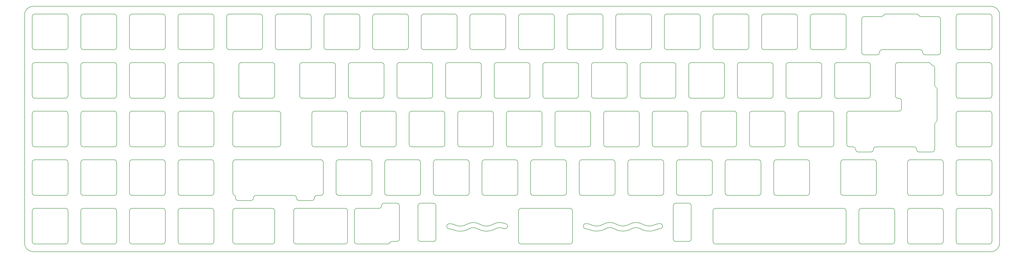
<source format=gm1>
G04 #@! TF.GenerationSoftware,KiCad,Pcbnew,(6.0.5)*
G04 #@! TF.CreationDate,2022-06-21T11:05:44-04:00*
G04 #@! TF.ProjectId,discipline-pcb,64697363-6970-46c6-996e-652d7063622e,rev?*
G04 #@! TF.SameCoordinates,Original*
G04 #@! TF.FileFunction,Profile,NP*
%FSLAX46Y46*%
G04 Gerber Fmt 4.6, Leading zero omitted, Abs format (unit mm)*
G04 Created by KiCad (PCBNEW (6.0.5)) date 2022-06-21 11:05:44*
%MOMM*%
%LPD*%
G01*
G04 APERTURE LIST*
G04 #@! TA.AperFunction,Profile*
%ADD10C,0.150000*%
G04 #@! TD*
G04 #@! TA.AperFunction,Profile*
%ADD11C,0.200000*%
G04 #@! TD*
G04 APERTURE END LIST*
D10*
X398270989Y-185503748D02*
G75*
G03*
X401578048Y-182196730I11J3307048D01*
G01*
X401578012Y-92610847D02*
G75*
G03*
X398270989Y-89303788I-3307012J47D01*
G01*
X398270989Y-185503789D02*
X22937371Y-185503788D01*
X22937371Y-89293788D02*
X398270989Y-89303788D01*
D11*
X42678045Y-111353845D02*
G75*
G03*
X41678045Y-112353789I-45J-999955D01*
G01*
X198840511Y-162453789D02*
G75*
G03*
X199840548Y-163453789I999989J-11D01*
G01*
X317903048Y-112353789D02*
X317903048Y-124353789D01*
X187527894Y-176925403D02*
G75*
G03*
X193819889Y-176537707I2761606J6432203D01*
G01*
X80778047Y-106303789D02*
X92778047Y-106303789D01*
X353183798Y-144403798D02*
G75*
G03*
X352183798Y-145403789I2J-1000002D01*
G01*
X197947602Y-174756402D02*
G75*
G03*
X192904168Y-174756402I-2521717J-4317517D01*
G01*
X188047519Y-174962351D02*
G75*
G03*
X192811202Y-174810700I2241981J4469151D01*
G01*
X61728046Y-130403789D02*
X73728046Y-130403789D01*
X148834298Y-169503789D02*
X148834298Y-181503789D01*
X126021798Y-168503789D02*
X145165548Y-168503789D01*
X23628044Y-130403789D02*
X35628044Y-130403789D01*
X204603048Y-111353848D02*
G75*
G03*
X203603048Y-112353789I-48J-999952D01*
G01*
X385578048Y-182503789D02*
X397578048Y-182503789D01*
X102296297Y-164453789D02*
X102296297Y-164233235D01*
X227128047Y-93303788D02*
X227128047Y-105303789D01*
X269568838Y-175503789D02*
X269568838Y-175503789D01*
X80778047Y-92303847D02*
G75*
G03*
X79778047Y-93303788I-47J-999953D01*
G01*
X289328011Y-105303789D02*
G75*
G03*
X290328048Y-106303789I999989J-11D01*
G01*
X242703048Y-125353789D02*
X254703048Y-125353789D01*
X102209298Y-130403798D02*
G75*
G03*
X101209298Y-131403789I2J-1000002D01*
G01*
X255703011Y-112353789D02*
G75*
G03*
X254703048Y-111353789I-1000011J-11D01*
G01*
X337953048Y-125353789D02*
X349953048Y-125353789D01*
X204603048Y-111353789D02*
X216603048Y-111353789D01*
X293803048Y-112353789D02*
X293803048Y-124353789D01*
X102209298Y-168503789D02*
X116590548Y-168503789D01*
X193790548Y-150453788D02*
X193790548Y-162453789D01*
X266515548Y-144403789D02*
X278515548Y-144403789D01*
X61728046Y-182503790D02*
X73728046Y-182503790D01*
X23628044Y-168503844D02*
G75*
G03*
X22628044Y-169503789I-44J-999956D01*
G01*
X292803048Y-125353848D02*
G75*
G03*
X293803048Y-124353789I-48J1000048D01*
G01*
X376146798Y-145403789D02*
X376146798Y-135610839D01*
X179503011Y-112353789D02*
G75*
G03*
X178503048Y-111353789I-1000011J-11D01*
G01*
X145165548Y-144403848D02*
G75*
G03*
X146165548Y-143403789I-48J1000048D01*
G01*
X80778047Y-149453789D02*
X92778047Y-149453789D01*
X80778047Y-92303788D02*
X92778047Y-92303788D01*
X231890512Y-150453788D02*
G75*
G03*
X230890548Y-149453788I-1000012J-12D01*
G01*
X241511627Y-174928446D02*
G75*
G03*
X246275317Y-174776782I2241973J4469146D01*
G01*
X337953048Y-111353789D02*
X349953048Y-111353789D01*
X112828047Y-93303788D02*
X112828047Y-105303789D01*
X174771798Y-166503798D02*
G75*
G03*
X173771798Y-167503789I2J-1000002D01*
G01*
X117878048Y-93303788D02*
X117878048Y-105303789D01*
X74728046Y-131403789D02*
X74728046Y-143403790D01*
X166503048Y-111353848D02*
G75*
G03*
X165503048Y-112353789I-48J-999952D01*
G01*
X104590548Y-111353789D02*
X116590548Y-111353789D01*
X335665548Y-144403848D02*
G75*
G03*
X336665548Y-143403789I-48J1000048D01*
G01*
X179503048Y-112353789D02*
X179503048Y-124353789D01*
X213128048Y-169503789D02*
X213128048Y-181503789D01*
X240992001Y-176891504D02*
G75*
G03*
X239404737Y-176500815I-1972601J-4594496D01*
G01*
X41678045Y-150453789D02*
X41678045Y-162453790D01*
X261684517Y-174722484D02*
X261777483Y-174776782D01*
X233178048Y-92303788D02*
X245178048Y-92303788D01*
X179771798Y-181503798D02*
G75*
G03*
X180771798Y-180503789I2J999998D01*
G01*
X151215511Y-143403789D02*
G75*
G03*
X152215548Y-144403789I999989J-11D01*
G01*
X365528011Y-181503789D02*
G75*
G03*
X366528048Y-182503789I999989J-11D01*
G01*
X146165548Y-131403789D02*
X146165548Y-143403789D01*
X275040548Y-150453788D02*
X275040548Y-162453789D01*
X328428048Y-92303788D02*
X340428048Y-92303788D01*
X118878048Y-106303788D02*
X130878048Y-106303788D01*
X207065524Y-174264370D02*
G75*
G03*
X208099706Y-174528665I5467376J19238270D01*
G01*
X35628044Y-125353843D02*
G75*
G03*
X36628043Y-124353790I-44J1000043D01*
G01*
X214128048Y-168503848D02*
G75*
G03*
X213128048Y-169503789I-48J-999952D01*
G01*
X179790511Y-162453789D02*
G75*
G03*
X180790548Y-163453789I999989J-11D01*
G01*
X295090548Y-149453789D02*
X307090548Y-149453789D01*
X372441048Y-108303789D02*
X377441048Y-108303789D01*
X117590511Y-112353789D02*
G75*
G03*
X116590548Y-111353789I-1000011J-11D01*
G01*
X385578048Y-144403789D02*
X397578048Y-144403789D01*
X102209298Y-149453789D02*
X135640548Y-149453789D01*
X131878012Y-93303788D02*
G75*
G03*
X130878048Y-92303788I-1000012J-12D01*
G01*
X104590548Y-111353848D02*
G75*
G03*
X103590548Y-112353789I-48J-999952D01*
G01*
X269990512Y-150453788D02*
G75*
G03*
X268990548Y-149453788I-1000012J-12D01*
G01*
X280771811Y-167503789D02*
G75*
G03*
X279771798Y-166503789I-1000011J-11D01*
G01*
X55678011Y-169503789D02*
G75*
G03*
X54678045Y-168503789I-1000011J-11D01*
G01*
X355565048Y-106303788D02*
X370441048Y-106303788D01*
X159478047Y-167503789D02*
X159478047Y-167503789D01*
X327140548Y-150453788D02*
X327140548Y-162453789D01*
X374666382Y-111919634D02*
G75*
G03*
X375357010Y-112463133I900818J434134D01*
G01*
X221365548Y-144403848D02*
G75*
G03*
X222365548Y-143403789I-48J1000048D01*
G01*
X161740548Y-149453848D02*
G75*
G03*
X160740548Y-150453788I-48J-999952D01*
G01*
X128403048Y-111353848D02*
G75*
G03*
X127403048Y-112353789I-48J-999952D01*
G01*
X350953011Y-112353789D02*
G75*
G03*
X349953048Y-111353789I-1000011J-11D01*
G01*
X384578011Y-105303789D02*
G75*
G03*
X385578048Y-106303789I999989J-11D01*
G01*
X347478048Y-168503789D02*
X359478048Y-168503789D01*
X132172298Y-165453798D02*
G75*
G03*
X133172298Y-164453789I2J999998D01*
G01*
X158478048Y-168503848D02*
G75*
G03*
X159478048Y-167503789I-48J1000048D01*
G01*
X197553048Y-125353848D02*
G75*
G03*
X198553048Y-124353789I-48J1000048D01*
G01*
X255990511Y-162453789D02*
G75*
G03*
X256990548Y-163453789I999989J-11D01*
G01*
X102209298Y-130403789D02*
X118971798Y-130403789D01*
X384578048Y-131403789D02*
X384578048Y-143403789D01*
X264228048Y-106303847D02*
G75*
G03*
X265228047Y-105303789I-48J1000047D01*
G01*
X317903011Y-124353789D02*
G75*
G03*
X318903048Y-125353789I999989J-11D01*
G01*
X218890548Y-149453789D02*
X230890548Y-149453789D01*
X36628044Y-112353789D02*
X36628044Y-124353790D01*
X174740512Y-150453788D02*
G75*
G03*
X173740548Y-149453788I-1000012J-12D01*
G01*
X218890548Y-149453848D02*
G75*
G03*
X217890548Y-150453788I-48J-999952D01*
G01*
X384578048Y-150453788D02*
X384578048Y-162453789D01*
X198553048Y-112353789D02*
X198553048Y-124353789D01*
X289328011Y-181503789D02*
G75*
G03*
X290328048Y-182503789I999989J-11D01*
G01*
X149834298Y-168503789D02*
X158478048Y-168503789D01*
X279771798Y-166503789D02*
X274771798Y-166503789D01*
X156978047Y-92303847D02*
G75*
G03*
X155978047Y-93303788I-47J-999953D01*
G01*
X189028012Y-93303788D02*
G75*
G03*
X188028048Y-92303788I-1000012J-12D01*
G01*
X118878048Y-92303788D02*
X130878048Y-92303788D01*
X398578011Y-131403789D02*
G75*
G03*
X397578048Y-130403789I-1000011J-11D01*
G01*
X295090548Y-163453788D02*
X307090548Y-163453788D01*
X236940511Y-162453789D02*
G75*
G03*
X237940548Y-163453789I999989J-11D01*
G01*
X41678010Y-181503790D02*
G75*
G03*
X42678045Y-182503790I999990J-10D01*
G01*
X80778047Y-125353790D02*
X92778047Y-125353790D01*
X276040548Y-149453848D02*
G75*
G03*
X275040548Y-150453788I-48J-999952D01*
G01*
X360478011Y-169503789D02*
G75*
G03*
X359478048Y-168503789I-1000011J-11D01*
G01*
X160453048Y-112353789D02*
X160453048Y-124353789D01*
X92778047Y-125353846D02*
G75*
G03*
X93778046Y-124353790I-47J1000046D01*
G01*
X261753048Y-111353848D02*
G75*
G03*
X260753048Y-112353789I-48J-999952D01*
G01*
X307090548Y-163453848D02*
G75*
G03*
X308090548Y-162453789I-48J1000048D01*
G01*
X41678045Y-131403789D02*
X41678045Y-143403790D01*
X189028048Y-93303788D02*
X189028048Y-105303789D01*
X237940548Y-149453848D02*
G75*
G03*
X236940548Y-150453788I-48J-999952D01*
G01*
X42678045Y-111353789D02*
X54678045Y-111353789D01*
X234271798Y-169503789D02*
X234271798Y-181503789D01*
X366528048Y-149453789D02*
X378528048Y-149453789D01*
X199840548Y-149453789D02*
X211840548Y-149453789D01*
X79778010Y-162453790D02*
G75*
G03*
X80778047Y-163453790I999990J-10D01*
G01*
X217603048Y-112353789D02*
X217603048Y-124353789D01*
X251411717Y-174722484D02*
X251504683Y-174776782D01*
X362146798Y-125353789D02*
X361765547Y-125353789D01*
X250403030Y-176449490D02*
G75*
G03*
X247376969Y-176449490I-1513031J-2590507D01*
G01*
X55678045Y-169503789D02*
X55678045Y-181503790D01*
X101209309Y-162453789D02*
G75*
G03*
X101752798Y-163343512I999991J-11D01*
G01*
X80778047Y-163453790D02*
X92778047Y-163453790D01*
X250403030Y-176449490D02*
X250495996Y-176503789D01*
X152215548Y-130403848D02*
G75*
G03*
X151215548Y-131403789I-48J-999952D01*
G01*
X236940548Y-150453788D02*
X236940548Y-162453789D01*
X232178011Y-105303789D02*
G75*
G03*
X233178048Y-106303789I999989J-11D01*
G01*
X269568811Y-175503789D02*
G75*
G03*
X268568838Y-174503789I-1000011J-11D01*
G01*
X136928048Y-93303788D02*
X136928048Y-105303789D01*
X194078048Y-93303788D02*
X194078048Y-105303789D01*
X103590511Y-124353789D02*
G75*
G03*
X104590548Y-125353789I999989J-11D01*
G01*
X318903048Y-111353789D02*
X330903048Y-111353789D01*
X206702162Y-176246731D02*
G75*
G03*
X207753901Y-176496052I1672438J4712031D01*
G01*
X41678045Y-169503789D02*
X41678045Y-181503790D01*
X385578048Y-168503789D02*
X397578048Y-168503789D01*
X101209311Y-143403789D02*
G75*
G03*
X102209298Y-144403789I999989J-11D01*
G01*
X133165548Y-130403848D02*
G75*
G03*
X132165548Y-131403789I-48J-999952D01*
G01*
X209365548Y-144403789D02*
X221365548Y-144403789D01*
X147453048Y-125353789D02*
X159453048Y-125353789D01*
X147453048Y-111353789D02*
X159453048Y-111353789D01*
X80778047Y-130403789D02*
X92778047Y-130403789D01*
X212840512Y-150453788D02*
G75*
G03*
X211840548Y-149453788I-1000012J-12D01*
G01*
X204185655Y-176483408D02*
X204092689Y-176537706D01*
X222653011Y-124353789D02*
G75*
G03*
X223653048Y-125353789I999989J-11D01*
G01*
X23628044Y-106303788D02*
X35628044Y-106303788D01*
X60728046Y-93303788D02*
X60728046Y-105303789D01*
X102209298Y-144403789D02*
X118971798Y-144403789D01*
X60728010Y-124353790D02*
G75*
G03*
X61728046Y-125353790I999990J-10D01*
G01*
X155978048Y-93303788D02*
X155978048Y-105303789D01*
X233271798Y-182503798D02*
G75*
G03*
X234271798Y-181503789I2J999998D01*
G01*
X314140548Y-163453788D02*
X326140548Y-163453788D01*
X104590548Y-125353789D02*
X116590548Y-125353789D01*
X79778047Y-150453789D02*
X79778047Y-162453790D01*
X233178048Y-92303848D02*
G75*
G03*
X232178048Y-93303788I-48J-999952D01*
G01*
X336953011Y-124353789D02*
G75*
G03*
X337953048Y-125353789I999989J-11D01*
G01*
X180771811Y-167503789D02*
G75*
G03*
X179771798Y-166503789I-1000011J-11D01*
G01*
X93778046Y-169503789D02*
X93778046Y-181503790D01*
X238481798Y-175503789D02*
X238481798Y-175503789D01*
X323665548Y-130403848D02*
G75*
G03*
X322665548Y-131403789I-48J-999952D01*
G01*
X285565548Y-130403789D02*
X297565548Y-130403789D01*
X236653048Y-112353789D02*
X236653048Y-124353789D01*
X298565548Y-131403789D02*
X298565548Y-143403789D01*
X166478011Y-167503789D02*
G75*
G03*
X165478048Y-166503789I-1000011J-11D01*
G01*
X156978047Y-106303788D02*
X168978048Y-106303788D01*
X190315548Y-130403848D02*
G75*
G03*
X189315548Y-131403789I-48J-999952D01*
G01*
X126021798Y-168503798D02*
G75*
G03*
X125021798Y-169503789I2J-1000002D01*
G01*
X189315511Y-143403789D02*
G75*
G03*
X190315548Y-144403789I999989J-11D01*
G01*
X279515548Y-131403789D02*
X279515548Y-143403789D01*
X341428048Y-169503789D02*
X341428048Y-181503789D01*
X154690548Y-163453848D02*
G75*
G03*
X155690548Y-162453789I-48J1000048D01*
G01*
X385578048Y-111353789D02*
X397578048Y-111353789D01*
X80778047Y-111353789D02*
X92778047Y-111353789D01*
X42678045Y-168503845D02*
G75*
G03*
X41678045Y-169503789I-45J-999955D01*
G01*
X246465511Y-143403789D02*
G75*
G03*
X247465548Y-144403789I999989J-11D01*
G01*
X198553011Y-112353789D02*
G75*
G03*
X197553048Y-111353789I-1000011J-11D01*
G01*
X214128048Y-106303788D02*
X226128047Y-106303788D01*
X128403048Y-125353789D02*
X140403048Y-125353789D01*
X235653048Y-125353848D02*
G75*
G03*
X236653048Y-124353789I-48J1000048D01*
G01*
X133165548Y-144403789D02*
X145165548Y-144403789D01*
X60728011Y-105303789D02*
G75*
G03*
X61728046Y-106303789I999989J-11D01*
G01*
X174740548Y-150453788D02*
X174740548Y-162453789D01*
X342715548Y-130403789D02*
X362146798Y-130403789D01*
X55678011Y-131403789D02*
G75*
G03*
X54678045Y-130403789I-1000011J-11D01*
G01*
X112828011Y-93303788D02*
G75*
G03*
X111828048Y-92303789I-1000011J-12D01*
G01*
X398578011Y-169503789D02*
G75*
G03*
X397578048Y-168503789I-1000011J-11D01*
G01*
X136928011Y-105303789D02*
G75*
G03*
X137928048Y-106303789I999989J-11D01*
G01*
X141690511Y-162453789D02*
G75*
G03*
X142690548Y-163453789I999989J-11D01*
G01*
X160740548Y-150453788D02*
X160740548Y-162453789D01*
X207065528Y-174264357D02*
G75*
G03*
X203176968Y-174756402I-1366828J-4809543D01*
G01*
X196938915Y-176483408D02*
G75*
G03*
X193912854Y-176483408I-1513030J-2590507D01*
G01*
X271278048Y-92303788D02*
X283278048Y-92303788D01*
X309378048Y-92303788D02*
X321378048Y-92303788D01*
X355270997Y-93303791D02*
G75*
G03*
X356137022Y-92803788I3J999991D01*
G01*
X199840548Y-149453848D02*
G75*
G03*
X198840548Y-150453788I-48J-999952D01*
G01*
X137928048Y-92303788D02*
X149928048Y-92303788D01*
X223653048Y-111353848D02*
G75*
G03*
X222653048Y-112353789I-48J-999952D01*
G01*
X398578048Y-93303788D02*
X398578048Y-105303789D01*
X298853048Y-112353789D02*
X298853048Y-124353789D01*
X99828047Y-92303788D02*
X111828048Y-92303788D01*
X101209298Y-150453788D02*
X101209298Y-162453789D01*
X241703011Y-124353789D02*
G75*
G03*
X242703048Y-125353789I999989J-11D01*
G01*
X322665548Y-131403789D02*
X322665548Y-143403789D01*
X322378012Y-93303788D02*
G75*
G03*
X321378048Y-92303788I-1000012J-12D01*
G01*
X93778011Y-150453789D02*
G75*
G03*
X92778047Y-149453789I-1000011J-11D01*
G01*
X22628010Y-162453790D02*
G75*
G03*
X23628044Y-163453790I999990J-10D01*
G01*
X247465548Y-144403789D02*
X259465548Y-144403789D01*
X141690548Y-150453788D02*
X141690548Y-162453789D01*
X61728046Y-92303846D02*
G75*
G03*
X60728046Y-93303788I-46J-999954D01*
G01*
X36628044Y-93303788D02*
X36628044Y-105303789D01*
X79778010Y-143403790D02*
G75*
G03*
X80778047Y-144403790I999990J-10D01*
G01*
X385578048Y-149453789D02*
X397578048Y-149453789D01*
X317615548Y-131403789D02*
X317615548Y-143403789D01*
X374666351Y-111919649D02*
G75*
G03*
X373765547Y-111353790I-900851J-434151D01*
G01*
X117878011Y-105303789D02*
G75*
G03*
X118878048Y-106303789I999989J-11D01*
G01*
X165478048Y-181503789D02*
X163566348Y-181503789D01*
X74728012Y-93303788D02*
G75*
G03*
X73728046Y-92303788I-1000012J-12D01*
G01*
X127172298Y-165453788D02*
X132172298Y-165453788D01*
X42678045Y-144403789D02*
X54678045Y-144403789D01*
X165478048Y-166503789D02*
X160478048Y-166503789D01*
X252228048Y-92303788D02*
X264228048Y-92303788D01*
X351183798Y-146403798D02*
G75*
G03*
X352183798Y-145403789I2J999998D01*
G01*
X290328048Y-168503789D02*
X340428048Y-168503789D01*
X217603011Y-112353789D02*
G75*
G03*
X216603048Y-111353789I-1000011J-11D01*
G01*
X369059811Y-145403789D02*
G75*
G03*
X370059798Y-146403789I999989J-11D01*
G01*
X323665548Y-130403789D02*
X335665548Y-130403789D01*
X385578048Y-106303788D02*
X397578048Y-106303788D01*
X55678045Y-93303788D02*
X55678045Y-105303789D01*
X152215548Y-130403789D02*
X164215548Y-130403789D01*
X289328048Y-93303788D02*
X289328048Y-105303789D01*
X173771798Y-180503789D02*
X173771798Y-167503789D01*
X185553048Y-111353848D02*
G75*
G03*
X184553048Y-112353789I-48J-999952D01*
G01*
X322665511Y-143403789D02*
G75*
G03*
X323665548Y-144403789I999989J-11D01*
G01*
X175028011Y-105303789D02*
G75*
G03*
X176028048Y-106303789I999989J-11D01*
G01*
X222653048Y-112353789D02*
X222653048Y-124353789D01*
X239481798Y-174503798D02*
G75*
G03*
X238481798Y-175503789I2J-1000002D01*
G01*
X237940548Y-149453789D02*
X249940548Y-149453789D01*
X192790547Y-163453847D02*
G75*
G03*
X193790547Y-162453789I-47J1000047D01*
G01*
X227415511Y-143403789D02*
G75*
G03*
X228415548Y-144403789I999989J-11D01*
G01*
X185017683Y-175537706D02*
X185017683Y-175537706D01*
X197031881Y-176537706D02*
G75*
G03*
X204092689Y-176537706I3530404J6044521D01*
G01*
X193819889Y-176537706D02*
X193912855Y-176483408D01*
X135640548Y-163453848D02*
G75*
G03*
X136640548Y-162453789I-48J1000048D01*
G01*
X371441011Y-107303789D02*
G75*
G03*
X370441048Y-106303789I-1000011J-11D01*
G01*
X299853048Y-111353848D02*
G75*
G03*
X298853048Y-112353789I-48J-999952D01*
G01*
X23628044Y-92303844D02*
G75*
G03*
X22628044Y-93303788I-44J-999956D01*
G01*
X323665548Y-144403789D02*
X335665548Y-144403789D01*
X298565511Y-131403789D02*
G75*
G03*
X297565548Y-130403789I-1000011J-11D01*
G01*
X166503048Y-125353789D02*
X178503048Y-125353789D01*
X36628011Y-112353789D02*
G75*
G03*
X35628044Y-111353789I-1000011J-11D01*
G01*
X250940548Y-150453788D02*
X250940548Y-162453789D01*
X385578048Y-111353848D02*
G75*
G03*
X384578048Y-112353789I-48J-999952D01*
G01*
X128403048Y-111353789D02*
X140403048Y-111353789D01*
X160740511Y-162453789D02*
G75*
G03*
X161740548Y-163453789I999989J-11D01*
G01*
X302328048Y-106303847D02*
G75*
G03*
X303328047Y-105303789I-48J1000047D01*
G01*
X397578048Y-144403848D02*
G75*
G03*
X398578048Y-143403789I-48J1000048D01*
G01*
X203603011Y-124353789D02*
G75*
G03*
X204603048Y-125353789I999989J-11D01*
G01*
X23628044Y-111353844D02*
G75*
G03*
X22628044Y-112353789I-44J-999956D01*
G01*
X290328048Y-92303788D02*
X302328048Y-92303788D01*
X384578011Y-162453789D02*
G75*
G03*
X385578048Y-163453789I999989J-11D01*
G01*
X317615511Y-131403789D02*
G75*
G03*
X316615548Y-130403789I-1000011J-11D01*
G01*
X186017683Y-174537706D02*
X186253935Y-174537706D01*
X160453011Y-112353789D02*
G75*
G03*
X159453048Y-111353789I-1000011J-11D01*
G01*
X61728046Y-111353846D02*
G75*
G03*
X60728046Y-112353789I-46J-999954D01*
G01*
X398578012Y-150453788D02*
G75*
G03*
X397578048Y-149453788I-1000012J-12D01*
G01*
X313140511Y-162453789D02*
G75*
G03*
X314140548Y-163453789I999989J-11D01*
G01*
X304615548Y-144403789D02*
X316615548Y-144403789D01*
X164215548Y-144403848D02*
G75*
G03*
X165215548Y-143403789I-48J1000048D01*
G01*
X36628012Y-93303788D02*
G75*
G03*
X35628044Y-92303788I-1000012J-12D01*
G01*
X146165511Y-169503789D02*
G75*
G03*
X145165548Y-168503789I-1000011J-11D01*
G01*
X363146798Y-129403789D02*
X363146798Y-126353789D01*
X376146811Y-113440789D02*
G75*
G03*
X375357011Y-112463133I-1000011J-11D01*
G01*
X361765547Y-111353847D02*
G75*
G03*
X360765547Y-112353789I-47J-999953D01*
G01*
X398578048Y-112353789D02*
X398578048Y-124353789D01*
X340334298Y-149453789D02*
X352334298Y-149453789D01*
X42678045Y-92303845D02*
G75*
G03*
X41678045Y-93303788I-45J-999955D01*
G01*
X176028048Y-92303788D02*
X188028048Y-92303788D01*
X22628010Y-143403790D02*
G75*
G03*
X23628044Y-144403790I999990J-10D01*
G01*
X295090548Y-149453848D02*
G75*
G03*
X294090548Y-150453788I-48J-999952D01*
G01*
D10*
X19628044Y-181843789D02*
X19628044Y-92610847D01*
D11*
X93778011Y-131403789D02*
G75*
G03*
X92778047Y-130403789I-1000011J-11D01*
G01*
X146165548Y-169503789D02*
X146165548Y-181503789D01*
X378528048Y-163453848D02*
G75*
G03*
X379528048Y-162453789I-48J1000048D01*
G01*
X36628044Y-150453789D02*
X36628044Y-162453790D01*
X283278048Y-106303847D02*
G75*
G03*
X284278047Y-105303789I-48J1000047D01*
G01*
X103296297Y-165453788D02*
X108296298Y-165453788D01*
X313140548Y-150453788D02*
X313140548Y-162453789D01*
X340428048Y-182503848D02*
G75*
G03*
X341428048Y-181503789I-48J1000048D01*
G01*
X163566348Y-181503836D02*
G75*
G03*
X162700323Y-182003789I-48J-999964D01*
G01*
X214128048Y-168503789D02*
X233271798Y-168503789D01*
X265228048Y-93303788D02*
X265228048Y-105303789D01*
X55678045Y-150453789D02*
X55678045Y-162453790D01*
X23628044Y-111353789D02*
X35628044Y-111353789D01*
X73728046Y-144403845D02*
G75*
G03*
X74728045Y-143403791I-46J1000045D01*
G01*
X369059798Y-145403789D02*
X369059798Y-145403789D01*
X137928048Y-106303788D02*
X149928048Y-106303788D01*
X54678045Y-106303844D02*
G75*
G03*
X55678044Y-105303789I-45J1000044D01*
G01*
X355565048Y-106303847D02*
G75*
G03*
X354565047Y-107303789I-48J-999953D01*
G01*
X314140548Y-149453848D02*
G75*
G03*
X313140548Y-150453788I-48J-999952D01*
G01*
X284278012Y-93303788D02*
G75*
G03*
X283278048Y-92303788I-1000012J-12D01*
G01*
X36628011Y-131403789D02*
G75*
G03*
X35628044Y-130403789I-1000011J-11D01*
G01*
X276040548Y-149453789D02*
X288040548Y-149453789D01*
X279803048Y-112353789D02*
X279803048Y-124353789D01*
X117590548Y-169503789D02*
X117590548Y-181503789D01*
X195078048Y-92303848D02*
G75*
G03*
X194078048Y-93303788I-48J-999952D01*
G01*
X160478048Y-166503848D02*
G75*
G03*
X159478048Y-167503789I-48J-999952D01*
G01*
X348565048Y-93303848D02*
G75*
G03*
X347565048Y-94303789I-48J-999952D01*
G01*
X345183811Y-145403789D02*
G75*
G03*
X346183798Y-146403789I999989J-11D01*
G01*
X74728046Y-150453789D02*
X74728046Y-162453790D01*
X252228048Y-92303848D02*
G75*
G03*
X251228048Y-93303788I-48J-999952D01*
G01*
X341428011Y-169503789D02*
G75*
G03*
X340428048Y-168503789I-1000011J-11D01*
G01*
X146165511Y-131403789D02*
G75*
G03*
X145165548Y-130403789I-1000011J-11D01*
G01*
X384578011Y-181503789D02*
G75*
G03*
X385578048Y-182503789I999989J-11D01*
G01*
X365528048Y-150453788D02*
X365528048Y-162453789D01*
X170265548Y-131403789D02*
X170265548Y-143403789D01*
X233178048Y-106303788D02*
X245178048Y-106303788D01*
X326140548Y-163453848D02*
G75*
G03*
X327140548Y-162453789I-48J1000048D01*
G01*
X173740548Y-163453848D02*
G75*
G03*
X174740548Y-162453789I-48J1000048D01*
G01*
X60728010Y-181503790D02*
G75*
G03*
X61728046Y-182503790I999990J-10D01*
G01*
X101209311Y-181503789D02*
G75*
G03*
X102209298Y-182503789I999989J-11D01*
G01*
X357003048Y-92303788D02*
X369003048Y-92303788D01*
X55678045Y-131403789D02*
X55678045Y-143403790D01*
X255703048Y-112353789D02*
X255703048Y-124353789D01*
X251228011Y-105303789D02*
G75*
G03*
X252228048Y-106303789I999989J-11D01*
G01*
X202315548Y-144403848D02*
G75*
G03*
X203315548Y-143403789I-48J1000048D01*
G01*
X241511619Y-174928464D02*
G75*
G03*
X239718050Y-174503788I-1793619J-3575336D01*
G01*
X366528048Y-168503789D02*
X378528048Y-168503789D01*
X241703048Y-112353789D02*
X241703048Y-124353789D01*
X35628044Y-106303843D02*
G75*
G03*
X36628043Y-105303789I-44J1000043D01*
G01*
X398578048Y-150453788D02*
X398578048Y-162453789D01*
X270278048Y-93303788D02*
X270278048Y-105303789D01*
X273753048Y-125353848D02*
G75*
G03*
X274753048Y-124353789I-48J1000048D01*
G01*
X99828047Y-92303847D02*
G75*
G03*
X98828047Y-93303788I-47J-999953D01*
G01*
X118971798Y-144403798D02*
G75*
G03*
X119971798Y-143403789I2J999998D01*
G01*
X155690548Y-150453788D02*
X155690548Y-162453789D01*
X254703048Y-125353848D02*
G75*
G03*
X255703048Y-124353789I-48J1000048D01*
G01*
X218890548Y-163453788D02*
X230890548Y-163453788D01*
X308090548Y-150453788D02*
X308090548Y-162453789D01*
X197947602Y-174756402D02*
X198040568Y-174810700D01*
X265515548Y-131403789D02*
X265515548Y-143403789D01*
X378441011Y-94303789D02*
G75*
G03*
X377441048Y-93303789I-1000011J-11D01*
G01*
X316615548Y-144403848D02*
G75*
G03*
X317615548Y-143403789I-48J1000048D01*
G01*
X119971798Y-131403789D02*
X119971798Y-143403789D01*
X103590547Y-112353789D02*
X103590547Y-124353789D01*
X155690512Y-150453788D02*
G75*
G03*
X154690548Y-149453788I-1000012J-12D01*
G01*
X93778046Y-93303788D02*
X93778046Y-105303789D01*
X360765547Y-112353789D02*
X360765547Y-124353789D01*
X126172311Y-164453789D02*
G75*
G03*
X127172298Y-165453789I999989J-11D01*
G01*
D10*
X401578048Y-92610847D02*
X401578048Y-182196730D01*
D11*
X23628044Y-163453789D02*
X35628044Y-163453789D01*
X375146798Y-146403798D02*
G75*
G03*
X376146798Y-145403789I2J999998D01*
G01*
X341715548Y-131403789D02*
X341715548Y-143403789D01*
X42678045Y-92303788D02*
X54678045Y-92303788D01*
X294090511Y-162453789D02*
G75*
G03*
X295090548Y-163453789I999989J-11D01*
G01*
X270278011Y-105303789D02*
G75*
G03*
X271278048Y-106303789I999989J-11D01*
G01*
X260675830Y-176449490D02*
X260768796Y-176503789D01*
X327428048Y-93303788D02*
X327428048Y-105303789D01*
X188047506Y-174962378D02*
G75*
G03*
X186253935Y-174537706I-1793606J-3575322D01*
G01*
X260753048Y-112353789D02*
X260753048Y-124353789D01*
X252228048Y-106303788D02*
X264228048Y-106303788D01*
X146453048Y-112353789D02*
X146453048Y-124353789D01*
X184553048Y-112353789D02*
X184553048Y-124353789D01*
X171265548Y-144403789D02*
X183265548Y-144403789D01*
X360765511Y-124353789D02*
G75*
G03*
X361765547Y-125353789I999989J-11D01*
G01*
X73728046Y-163453845D02*
G75*
G03*
X74728045Y-162453791I-46J1000045D01*
G01*
X214128048Y-182503789D02*
X233271798Y-182503789D01*
X331903011Y-112353789D02*
G75*
G03*
X330903048Y-111353789I-1000011J-11D01*
G01*
X223653048Y-125353789D02*
X235653048Y-125353789D01*
X336953048Y-112353789D02*
X336953048Y-124353789D01*
X279803011Y-124353789D02*
G75*
G03*
X280803048Y-125353789I999989J-11D01*
G01*
X117590511Y-169503789D02*
G75*
G03*
X116590548Y-168503789I-1000011J-11D01*
G01*
X61728046Y-125353790D02*
X73728046Y-125353790D01*
X241415511Y-131403789D02*
G75*
G03*
X240415548Y-130403789I-1000011J-11D01*
G01*
X188028048Y-106303847D02*
G75*
G03*
X189028047Y-105303789I-48J1000047D01*
G01*
X92778047Y-144403846D02*
G75*
G03*
X93778046Y-143403790I-47J1000046D01*
G01*
X93778046Y-150453789D02*
X93778046Y-162453790D01*
X347478048Y-168503848D02*
G75*
G03*
X346478048Y-169503789I-48J-999952D01*
G01*
X369869042Y-92803806D02*
G75*
G03*
X369003048Y-92303788I-866042J-499994D01*
G01*
X274753048Y-112353789D02*
X274753048Y-124353789D01*
X347565011Y-107303789D02*
G75*
G03*
X348565048Y-108303789I999989J-11D01*
G01*
X212840548Y-150453788D02*
X212840548Y-162453789D01*
X92778047Y-182503846D02*
G75*
G03*
X93778046Y-181503790I-47J1000046D01*
G01*
X346478048Y-169503789D02*
X346478048Y-181503789D01*
X213128048Y-93303788D02*
X213128048Y-105303789D01*
X327428011Y-105303789D02*
G75*
G03*
X328428048Y-106303789I999989J-11D01*
G01*
X61728046Y-106303789D02*
X73728046Y-106303789D01*
X312853011Y-112353789D02*
G75*
G03*
X311853048Y-111353789I-1000011J-11D01*
G01*
X377146798Y-121878789D02*
X377146798Y-133878789D01*
X22628044Y-169503789D02*
X22628044Y-181503790D01*
X60728010Y-162453790D02*
G75*
G03*
X61728046Y-163453790I999990J-10D01*
G01*
X60728046Y-150453789D02*
X60728046Y-162453790D01*
X217890511Y-162453789D02*
G75*
G03*
X218890548Y-163453789I999989J-11D01*
G01*
X125021811Y-181503789D02*
G75*
G03*
X126021798Y-182503789I999989J-11D01*
G01*
X36628044Y-131403789D02*
X36628044Y-143403790D01*
X168978048Y-106303847D02*
G75*
G03*
X169978047Y-105303789I-48J1000047D01*
G01*
X190315548Y-144403789D02*
X202315548Y-144403789D01*
X93778012Y-93303788D02*
G75*
G03*
X92778047Y-92303788I-1000012J-12D01*
G01*
X366528048Y-168503848D02*
G75*
G03*
X365528048Y-169503789I-48J-999952D01*
G01*
X93778011Y-112353789D02*
G75*
G03*
X92778047Y-111353789I-1000011J-11D01*
G01*
X61728046Y-92303788D02*
X73728046Y-92303788D01*
X397578048Y-106303847D02*
G75*
G03*
X398578047Y-105303789I-48J1000047D01*
G01*
X339334311Y-162453789D02*
G75*
G03*
X340334298Y-163453789I999989J-11D01*
G01*
X336665511Y-131403789D02*
G75*
G03*
X335665548Y-130403789I-1000011J-11D01*
G01*
X54678045Y-163453844D02*
G75*
G03*
X55678044Y-162453790I-45J1000044D01*
G01*
X22628044Y-150453789D02*
X22628044Y-162453790D01*
X74728011Y-150453789D02*
G75*
G03*
X73728046Y-149453789I-1000011J-11D01*
G01*
X80778047Y-144403790D02*
X92778047Y-144403790D01*
X261777483Y-174776781D02*
G75*
G03*
X266541172Y-174928445I2521717J4317481D01*
G01*
X347478048Y-182503789D02*
X359478048Y-182503789D01*
X318903048Y-125353789D02*
X330903048Y-125353789D01*
X180790548Y-163453788D02*
X192790547Y-163453788D01*
X23628044Y-182503789D02*
X35628044Y-182503789D01*
X130878048Y-106303847D02*
G75*
G03*
X131878047Y-105303789I-48J1000047D01*
G01*
X22628010Y-181503790D02*
G75*
G03*
X23628044Y-182503790I999990J-10D01*
G01*
X375059798Y-146403789D02*
X375146798Y-146403789D01*
X298853011Y-124353789D02*
G75*
G03*
X299853048Y-125353789I999989J-11D01*
G01*
X361765547Y-111353789D02*
X373765548Y-111353789D01*
X352334298Y-163453798D02*
G75*
G03*
X353334298Y-162453789I2J999998D01*
G01*
X79778011Y-105303789D02*
G75*
G03*
X80778047Y-106303789I999989J-11D01*
G01*
X195078048Y-92303788D02*
X207078048Y-92303788D01*
X41678010Y-162453790D02*
G75*
G03*
X42678045Y-163453790I999990J-10D01*
G01*
X209365548Y-130403848D02*
G75*
G03*
X208365548Y-131403789I-48J-999952D01*
G01*
X145165548Y-182503848D02*
G75*
G03*
X146165548Y-181503789I-48J1000048D01*
G01*
X74728046Y-169503789D02*
X74728046Y-181503790D01*
X379528048Y-150453788D02*
X379528048Y-162453789D01*
X378441048Y-94303789D02*
X378441048Y-107303789D01*
X23628044Y-149453789D02*
X35628044Y-149453789D01*
X251504683Y-174776782D02*
G75*
G03*
X256548117Y-174776782I2521717J4317517D01*
G01*
X23628044Y-168503789D02*
X35628044Y-168503789D01*
X142690548Y-149453848D02*
G75*
G03*
X141690548Y-150453788I-48J-999952D01*
G01*
X127403011Y-124353789D02*
G75*
G03*
X128403048Y-125353789I999989J-11D01*
G01*
X189315548Y-131403789D02*
X189315548Y-143403789D01*
X93778046Y-112353789D02*
X93778046Y-124353790D01*
X265228012Y-93303788D02*
G75*
G03*
X264228048Y-92303788I-1000012J-12D01*
G01*
X102209298Y-149453798D02*
G75*
G03*
X101209298Y-150453788I2J-1000002D01*
G01*
X345183798Y-145403789D02*
X345183798Y-145403789D01*
X74728046Y-93303788D02*
X74728046Y-105303789D01*
X42678045Y-168503789D02*
X54678045Y-168503789D01*
X61728046Y-163453790D02*
X73728046Y-163453790D01*
X397578048Y-182503848D02*
G75*
G03*
X398578048Y-181503789I-48J1000048D01*
G01*
X173771811Y-180503789D02*
G75*
G03*
X174771798Y-181503789I999989J-11D01*
G01*
X222365548Y-131403789D02*
X222365548Y-143403789D01*
X290328048Y-182503789D02*
X340428048Y-182503789D01*
X242703048Y-111353848D02*
G75*
G03*
X241703048Y-112353789I-48J-999952D01*
G01*
X178503048Y-125353848D02*
G75*
G03*
X179503048Y-124353789I-48J1000048D01*
G01*
X346478011Y-181503789D02*
G75*
G03*
X347478048Y-182503789I999989J-11D01*
G01*
X131878048Y-93303788D02*
X131878048Y-105303789D01*
X79778010Y-124353790D02*
G75*
G03*
X80778047Y-125353790I999990J-10D01*
G01*
X80778047Y-168503789D02*
X92778047Y-168503789D01*
X312853048Y-112353789D02*
X312853048Y-124353789D01*
X385578048Y-92303848D02*
G75*
G03*
X384578048Y-93303788I-48J-999952D01*
G01*
X251411717Y-174722484D02*
G75*
G03*
X246368283Y-174722484I-2521717J-4317517D01*
G01*
X55678045Y-112353789D02*
X55678045Y-124353790D01*
X35628044Y-163453843D02*
G75*
G03*
X36628043Y-162453790I-44J1000043D01*
G01*
X231890548Y-150453788D02*
X231890548Y-162453789D01*
X92778047Y-106303846D02*
G75*
G03*
X93778046Y-105303789I-47J1000046D01*
G01*
X80778047Y-182503790D02*
X92778047Y-182503790D01*
X279515511Y-131403789D02*
G75*
G03*
X278515548Y-130403789I-1000011J-11D01*
G01*
X208878048Y-175503788D02*
X208878048Y-175503788D01*
X185017693Y-175537706D02*
G75*
G03*
X185940623Y-176534732I1000007J6D01*
G01*
X79778047Y-112353789D02*
X79778047Y-124353790D01*
X245178048Y-106303847D02*
G75*
G03*
X246178047Y-105303789I-48J1000047D01*
G01*
X209365548Y-130403789D02*
X221365548Y-130403789D01*
X271278048Y-92303848D02*
G75*
G03*
X270278048Y-93303788I-48J-999952D01*
G01*
X228415548Y-144403789D02*
X240415548Y-144403789D01*
X314140548Y-149453789D02*
X326140548Y-149453789D01*
X35628044Y-182503843D02*
G75*
G03*
X36628043Y-181503790I-44J1000043D01*
G01*
X60728046Y-169503789D02*
X60728046Y-181503790D01*
X328428048Y-106303788D02*
X340428048Y-106303788D01*
X102296311Y-164453789D02*
G75*
G03*
X103296297Y-165453789I999989J-11D01*
G01*
X110296298Y-163453788D02*
X125172298Y-163453788D01*
X289040548Y-150453788D02*
X289040548Y-162453789D01*
X260768797Y-176503787D02*
G75*
G03*
X267061074Y-176891377I3530403J6044487D01*
G01*
X268334750Y-174503789D02*
X268568838Y-174503789D01*
X303615511Y-143403789D02*
G75*
G03*
X304615548Y-144403789I999989J-11D01*
G01*
X134172298Y-163453798D02*
G75*
G03*
X133172298Y-164453789I2J-1000002D01*
G01*
X73728046Y-125353845D02*
G75*
G03*
X74728045Y-124353791I-46J1000045D01*
G01*
X61728046Y-149453846D02*
G75*
G03*
X60728046Y-150453789I-46J-999954D01*
G01*
X176028048Y-92303848D02*
G75*
G03*
X175028048Y-93303788I-48J-999952D01*
G01*
X179771798Y-181503789D02*
X174771798Y-181503789D01*
X322378048Y-93303788D02*
X322378048Y-105303789D01*
X303328048Y-93303788D02*
X303328048Y-105303789D01*
X398578048Y-169503789D02*
X398578048Y-181503789D01*
X363146811Y-126353789D02*
G75*
G03*
X362146798Y-125353789I-1000011J-11D01*
G01*
X284278048Y-93303788D02*
X284278048Y-105303789D01*
X98828047Y-93303788D02*
X98828047Y-105303789D01*
X273771811Y-180503789D02*
G75*
G03*
X274771798Y-181503789I999989J-11D01*
G01*
X35628044Y-144403843D02*
G75*
G03*
X36628043Y-143403790I-44J1000043D01*
G01*
X133172298Y-164453789D02*
X133172298Y-164453789D01*
X266515548Y-130403789D02*
X278515548Y-130403789D01*
X214128048Y-92303788D02*
X226128047Y-92303788D01*
X342715548Y-130403848D02*
G75*
G03*
X341715548Y-131403789I-48J-999952D01*
G01*
X74728011Y-112353789D02*
G75*
G03*
X73728046Y-111353789I-1000011J-11D01*
G01*
X294090548Y-150453788D02*
X294090548Y-162453789D01*
X259465548Y-144403848D02*
G75*
G03*
X260465548Y-143403789I-48J1000048D01*
G01*
X370059798Y-146403789D02*
X375059798Y-146403789D01*
X42678045Y-149453845D02*
G75*
G03*
X41678045Y-150453789I-45J-999955D01*
G01*
X60728046Y-131403789D02*
X60728046Y-143403790D01*
X311853048Y-125353848D02*
G75*
G03*
X312853048Y-124353789I-48J1000048D01*
G01*
X384578011Y-124353789D02*
G75*
G03*
X385578048Y-125353789I999989J-11D01*
G01*
X118878048Y-92303848D02*
G75*
G03*
X117878048Y-93303788I-48J-999952D01*
G01*
X331903048Y-112353789D02*
X331903048Y-124353789D01*
X385578048Y-149453848D02*
G75*
G03*
X384578048Y-150453788I-48J-999952D01*
G01*
X60728010Y-143403790D02*
G75*
G03*
X61728046Y-144403790I999990J-10D01*
G01*
X365528011Y-162453789D02*
G75*
G03*
X366528048Y-163453789I999989J-11D01*
G01*
X150928048Y-93303788D02*
X150928048Y-105303789D01*
X303328012Y-93303788D02*
G75*
G03*
X302328048Y-92303788I-1000012J-12D01*
G01*
X22628044Y-93303788D02*
X22628044Y-105303789D01*
X213128011Y-105303789D02*
G75*
G03*
X214128048Y-106303789I999989J-11D01*
G01*
X398578048Y-131403789D02*
X398578048Y-143403789D01*
X23628044Y-144403789D02*
X35628044Y-144403789D01*
X256990548Y-149453789D02*
X268990548Y-149453789D01*
X217890548Y-150453788D02*
X217890548Y-162453789D01*
X184265548Y-131403789D02*
X184265548Y-143403789D01*
X198840548Y-150453788D02*
X198840548Y-162453789D01*
X190315548Y-130403789D02*
X202315548Y-130403789D01*
X250495996Y-176503788D02*
G75*
G03*
X257556804Y-176503788I3530404J6044521D01*
G01*
X199840548Y-163453788D02*
X211840548Y-163453788D01*
X61728046Y-130403846D02*
G75*
G03*
X60728046Y-131403789I-46J-999954D01*
G01*
X260753011Y-124353789D02*
G75*
G03*
X261753048Y-125353789I999989J-11D01*
G01*
X132165511Y-143403789D02*
G75*
G03*
X133165548Y-144403789I999989J-11D01*
G01*
X377441048Y-93303789D02*
X370735098Y-93303788D01*
X226128047Y-106303846D02*
G75*
G03*
X227128046Y-105303789I-47J1000046D01*
G01*
X268646339Y-176500798D02*
G75*
G03*
X267061073Y-176891378I387461J-4985002D01*
G01*
X180790548Y-149453848D02*
G75*
G03*
X179790548Y-150453788I-48J-999952D01*
G01*
X293803011Y-112353789D02*
G75*
G03*
X292803048Y-111353789I-1000011J-11D01*
G01*
X80778047Y-149453847D02*
G75*
G03*
X79778047Y-150453789I-47J-999953D01*
G01*
X169978012Y-93303788D02*
G75*
G03*
X168978048Y-92303788I-1000012J-12D01*
G01*
X204603048Y-125353789D02*
X216603048Y-125353789D01*
X299853048Y-111353789D02*
X311853048Y-111353789D01*
X341428012Y-93303788D02*
G75*
G03*
X340428048Y-92303788I-1000012J-12D01*
G01*
X80778047Y-168503847D02*
G75*
G03*
X79778047Y-169503789I-47J-999953D01*
G01*
X261753048Y-125353789D02*
X273753048Y-125353789D01*
X289040512Y-150453788D02*
G75*
G03*
X288040548Y-149453788I-1000012J-12D01*
G01*
X211840548Y-163453848D02*
G75*
G03*
X212840548Y-162453789I-48J1000048D01*
G01*
D10*
X19628007Y-181833787D02*
G75*
G03*
X22937371Y-185503788I3440893J-224313D01*
G01*
D11*
X22628010Y-124353790D02*
G75*
G03*
X23628044Y-125353790I999990J-10D01*
G01*
X354565048Y-107303789D02*
X354565048Y-107303789D01*
X102296268Y-164233235D02*
G75*
G03*
X101752798Y-163343512I-999968J35D01*
G01*
X55678011Y-112353789D02*
G75*
G03*
X54678045Y-111353789I-1000011J-11D01*
G01*
X280771798Y-180503789D02*
X280771798Y-167503789D01*
X149834298Y-168503798D02*
G75*
G03*
X148834298Y-169503789I2J-1000002D01*
G01*
X328428048Y-92303848D02*
G75*
G03*
X327428048Y-93303788I-48J-999952D01*
G01*
X246465548Y-131403789D02*
X246465548Y-143403789D01*
X227128012Y-93303788D02*
G75*
G03*
X226128047Y-92303788I-1000012J-12D01*
G01*
X170265511Y-143403789D02*
G75*
G03*
X171265548Y-144403789I999989J-11D01*
G01*
X136640548Y-150453788D02*
X136640548Y-162453789D01*
X61728046Y-144403790D02*
X73728046Y-144403790D01*
X366528048Y-182503789D02*
X378528048Y-182503789D01*
X93778011Y-169503789D02*
G75*
G03*
X92778047Y-168503789I-1000011J-11D01*
G01*
X61728046Y-168503789D02*
X73728046Y-168503789D01*
X134172298Y-163453788D02*
X135640548Y-163453788D01*
X161740548Y-149453789D02*
X173740548Y-149453789D01*
X376146798Y-113440789D02*
X376146798Y-120146738D01*
X116590548Y-125353848D02*
G75*
G03*
X117590548Y-124353789I-48J1000048D01*
G01*
X379528048Y-169503789D02*
X379528048Y-181503789D01*
X378528048Y-182503848D02*
G75*
G03*
X379528048Y-181503789I-48J1000048D01*
G01*
X192811202Y-174810700D02*
X192904168Y-174756402D01*
X79778047Y-131403789D02*
X79778047Y-143403790D01*
X98828011Y-105303789D02*
G75*
G03*
X99828047Y-106303789I999989J-11D01*
G01*
X74728011Y-169503789D02*
G75*
G03*
X73728046Y-168503789I-1000011J-11D01*
G01*
X349953048Y-125353848D02*
G75*
G03*
X350953048Y-124353789I-48J1000048D01*
G01*
X165215511Y-131403789D02*
G75*
G03*
X164215548Y-130403789I-1000011J-11D01*
G01*
X133165548Y-130403789D02*
X145165548Y-130403789D01*
X23628044Y-149453844D02*
G75*
G03*
X22628044Y-150453789I-44J-999956D01*
G01*
X228415548Y-130403848D02*
G75*
G03*
X227415548Y-131403789I-48J-999952D01*
G01*
X101209298Y-169503789D02*
X101209298Y-181503789D01*
X280803048Y-111353789D02*
X292803048Y-111353789D01*
X336665548Y-131403789D02*
X336665548Y-143403789D01*
X242703048Y-111353789D02*
X254703048Y-111353789D01*
X179790548Y-150453788D02*
X179790548Y-162453789D01*
X261753048Y-111353789D02*
X273753048Y-111353789D01*
X74728046Y-112353789D02*
X74728046Y-124353790D01*
X171265548Y-130403848D02*
G75*
G03*
X170265548Y-131403789I-48J-999952D01*
G01*
X207753893Y-176496117D02*
G75*
G03*
X208878048Y-175503789I124107J992317D01*
G01*
X285565548Y-130403848D02*
G75*
G03*
X284565548Y-131403789I-48J-999952D01*
G01*
X269990548Y-150453788D02*
X269990548Y-162453789D01*
X376646802Y-134744822D02*
G75*
G03*
X377146798Y-133878789I-500002J866022D01*
G01*
X377441048Y-108303848D02*
G75*
G03*
X378441048Y-107303789I-48J1000048D01*
G01*
X165478048Y-181503848D02*
G75*
G03*
X166478048Y-180503789I-48J1000048D01*
G01*
X279771798Y-181503798D02*
G75*
G03*
X280771798Y-180503789I2J999998D01*
G01*
X278515548Y-144403848D02*
G75*
G03*
X279515548Y-143403789I-48J1000048D01*
G01*
X377146808Y-121878789D02*
G75*
G03*
X376646798Y-121012764I-1000008J-11D01*
G01*
X165215548Y-131403789D02*
X165215548Y-143403789D01*
X247465548Y-130403789D02*
X259465548Y-130403789D01*
X247465548Y-130403848D02*
G75*
G03*
X246465548Y-131403789I-48J-999952D01*
G01*
X284565548Y-131403789D02*
X284565548Y-143403789D01*
X125021798Y-169503789D02*
X125021798Y-181503789D01*
X384578011Y-143403789D02*
G75*
G03*
X385578048Y-144403789I999989J-11D01*
G01*
X147453048Y-111353848D02*
G75*
G03*
X146453048Y-112353789I-48J-999952D01*
G01*
X117590548Y-112353789D02*
X117590548Y-124353789D01*
X341428048Y-93303788D02*
X341428048Y-105303789D01*
X185553048Y-111353789D02*
X197553048Y-111353789D01*
X304615548Y-130403789D02*
X316615548Y-130403789D01*
X41678011Y-105303789D02*
G75*
G03*
X42678045Y-106303789I999989J-11D01*
G01*
X362146798Y-130403798D02*
G75*
G03*
X363146798Y-129403789I2J999998D01*
G01*
X22628011Y-105303789D02*
G75*
G03*
X23628044Y-106303789I999989J-11D01*
G01*
X255990548Y-150453788D02*
X255990548Y-162453789D01*
X23628044Y-130403844D02*
G75*
G03*
X22628044Y-131403789I-44J-999956D01*
G01*
X42678045Y-149453789D02*
X54678045Y-149453789D01*
X230890548Y-163453848D02*
G75*
G03*
X231890548Y-162453789I-48J1000048D01*
G01*
X321378048Y-106303847D02*
G75*
G03*
X322378047Y-105303789I-48J1000047D01*
G01*
X385578048Y-130403848D02*
G75*
G03*
X384578048Y-131403789I-48J-999952D01*
G01*
X376646780Y-134744784D02*
G75*
G03*
X376146798Y-135610839I500020J-866016D01*
G01*
X340334298Y-163453788D02*
X352334298Y-163453788D01*
X36628044Y-169503789D02*
X36628044Y-181503790D01*
X247284004Y-176503789D02*
X247376970Y-176449490D01*
X227415548Y-131403789D02*
X227415548Y-143403789D01*
X246178048Y-93303788D02*
X246178048Y-105303789D01*
X385578048Y-130403789D02*
X397578048Y-130403789D01*
X42678045Y-163453789D02*
X54678045Y-163453789D01*
X353183798Y-144403789D02*
X368059798Y-144403789D01*
X353565048Y-108303848D02*
G75*
G03*
X354565048Y-107303789I-48J1000048D01*
G01*
X366528048Y-163453788D02*
X378528048Y-163453788D01*
X232178048Y-93303788D02*
X232178048Y-105303789D01*
X73728046Y-182503845D02*
G75*
G03*
X74728045Y-181503791I-46J1000045D01*
G01*
X208365548Y-131403789D02*
X208365548Y-143403789D01*
X268646342Y-176500827D02*
G75*
G03*
X269568838Y-175503789I-77542J997027D01*
G01*
X176028048Y-106303788D02*
X188028048Y-106303788D01*
X369869079Y-92803784D02*
G75*
G03*
X370735098Y-93303788I866021J499984D01*
G01*
X308378048Y-93303788D02*
X308378048Y-105303789D01*
X339334298Y-150453788D02*
X339334298Y-162453789D01*
X213128011Y-181503789D02*
G75*
G03*
X214128048Y-182503789I999989J-11D01*
G01*
X203315511Y-131403789D02*
G75*
G03*
X202315548Y-130403789I-1000011J-11D01*
G01*
X140403048Y-125353848D02*
G75*
G03*
X141403048Y-124353789I-48J1000048D01*
G01*
X102209298Y-182503789D02*
X116590548Y-182503789D01*
X151215548Y-131403789D02*
X151215548Y-143403789D01*
X352183798Y-145403789D02*
X352183798Y-145403789D01*
X309378048Y-92303848D02*
G75*
G03*
X308378048Y-93303788I-48J-999952D01*
G01*
X261684517Y-174722484D02*
G75*
G03*
X256641083Y-174722484I-2521717J-4317517D01*
G01*
X290328048Y-92303848D02*
G75*
G03*
X289328048Y-93303788I-48J-999952D01*
G01*
X318903048Y-111353848D02*
G75*
G03*
X317903048Y-112353789I-48J-999952D01*
G01*
X193790512Y-150453788D02*
G75*
G03*
X192790547Y-149453788I-1000012J-12D01*
G01*
X274771798Y-166503798D02*
G75*
G03*
X273771798Y-167503789I2J-1000002D01*
G01*
X61728046Y-149453789D02*
X73728046Y-149453789D01*
X223653048Y-111353789D02*
X235653048Y-111353789D01*
X216603048Y-125353848D02*
G75*
G03*
X217603048Y-124353789I-48J1000048D01*
G01*
X384578048Y-93303788D02*
X384578048Y-105303789D01*
X384578048Y-112353789D02*
X384578048Y-124353789D01*
X208365511Y-143403789D02*
G75*
G03*
X209365548Y-144403789I999989J-11D01*
G01*
X353334312Y-150453788D02*
G75*
G03*
X352334298Y-149453788I-1000012J-12D01*
G01*
X357003048Y-92303836D02*
G75*
G03*
X356137023Y-92803788I-48J-999964D01*
G01*
X288040548Y-163453848D02*
G75*
G03*
X289040548Y-162453789I-48J1000048D01*
G01*
X299853048Y-125353789D02*
X311853048Y-125353789D01*
X234271811Y-169503789D02*
G75*
G03*
X233271798Y-168503789I-1000011J-11D01*
G01*
X266515548Y-130403848D02*
G75*
G03*
X265515548Y-131403789I-48J-999952D01*
G01*
X256990548Y-149453848D02*
G75*
G03*
X255990548Y-150453788I-48J-999952D01*
G01*
X398578012Y-93303788D02*
G75*
G03*
X397578048Y-92303788I-1000012J-12D01*
G01*
X379528011Y-169503789D02*
G75*
G03*
X378528048Y-168503789I-1000011J-11D01*
G01*
X161740548Y-163453788D02*
X173740548Y-163453788D01*
X161834298Y-182503792D02*
G75*
G03*
X162700323Y-182003789I2J999992D01*
G01*
X23628044Y-92303788D02*
X35628044Y-92303788D01*
X184553011Y-124353789D02*
G75*
G03*
X185553048Y-125353789I999989J-11D01*
G01*
X239481798Y-174503789D02*
X239718050Y-174503789D01*
X150928012Y-93303788D02*
G75*
G03*
X149928048Y-92303788I-1000012J-12D01*
G01*
X183265548Y-144403848D02*
G75*
G03*
X184265548Y-143403789I-48J1000048D01*
G01*
X206702170Y-176246709D02*
G75*
G03*
X204185654Y-176483408I-1003470J-2827191D01*
G01*
X60728046Y-112353789D02*
X60728046Y-124353790D01*
X180771798Y-180503789D02*
X180771798Y-167503789D01*
X184265511Y-131403789D02*
G75*
G03*
X183265548Y-130403789I-1000011J-11D01*
G01*
X397578048Y-125353848D02*
G75*
G03*
X398578048Y-124353789I-48J1000048D01*
G01*
X327140512Y-150453788D02*
G75*
G03*
X326140548Y-149453788I-1000012J-12D01*
G01*
X119971811Y-131403789D02*
G75*
G03*
X118971798Y-130403789I-1000011J-11D01*
G01*
X280803048Y-125353789D02*
X292803048Y-125353789D01*
X284565511Y-143403789D02*
G75*
G03*
X285565548Y-144403789I999989J-11D01*
G01*
X337953048Y-111353848D02*
G75*
G03*
X336953048Y-112353789I-48J-999952D01*
G01*
X79778010Y-181503790D02*
G75*
G03*
X80778047Y-182503790I999990J-10D01*
G01*
X99828047Y-106303788D02*
X111828048Y-106303788D01*
X348565048Y-108303789D02*
X353565048Y-108303789D01*
X166478048Y-180503789D02*
X166478048Y-167503789D01*
X187527885Y-176925425D02*
G75*
G03*
X185940622Y-176534733I-1972585J-4594375D01*
G01*
X111828048Y-106303847D02*
G75*
G03*
X112828047Y-105303789I-48J1000047D01*
G01*
X246178012Y-93303788D02*
G75*
G03*
X245178048Y-92303788I-1000012J-12D01*
G01*
X308378011Y-105303789D02*
G75*
G03*
X309378048Y-106303789I999989J-11D01*
G01*
X222365511Y-131403789D02*
G75*
G03*
X221365548Y-130403789I-1000011J-11D01*
G01*
X256548117Y-174776782D02*
X256641083Y-174722484D01*
X23628044Y-125353789D02*
X35628044Y-125353789D01*
X365528048Y-169503789D02*
X365528048Y-181503789D01*
X55678011Y-150453789D02*
G75*
G03*
X54678045Y-149453789I-1000011J-11D01*
G01*
X241415548Y-131403789D02*
X241415548Y-143403789D01*
X350953048Y-112353789D02*
X350953048Y-124353789D01*
X385578048Y-163453788D02*
X397578048Y-163453788D01*
X132165548Y-131403789D02*
X132165548Y-143403789D01*
X256990548Y-163453788D02*
X268990548Y-163453788D01*
X340428048Y-106303847D02*
G75*
G03*
X341428047Y-105303789I-48J1000047D01*
G01*
X366528048Y-149453848D02*
G75*
G03*
X365528048Y-150453788I-48J-999952D01*
G01*
X175028048Y-93303788D02*
X175028048Y-105303789D01*
X109296298Y-164453789D02*
X109296298Y-164453789D01*
X289328048Y-169503789D02*
X289328048Y-181503789D01*
X196938915Y-176483408D02*
X197031881Y-176537706D01*
X61728046Y-168503846D02*
G75*
G03*
X60728046Y-169503789I-46J-999954D01*
G01*
X285565548Y-144403789D02*
X297565548Y-144403789D01*
X371441011Y-107303789D02*
G75*
G03*
X372441048Y-108303789I999989J-11D01*
G01*
X275040511Y-162453789D02*
G75*
G03*
X276040548Y-163453789I999989J-11D01*
G01*
X303615548Y-131403789D02*
X303615548Y-143403789D01*
X250940512Y-150453788D02*
G75*
G03*
X249940548Y-149453788I-1000012J-12D01*
G01*
X126021798Y-182503789D02*
X145165548Y-182503789D01*
X214128048Y-92303848D02*
G75*
G03*
X213128048Y-93303788I-48J-999952D01*
G01*
X240415548Y-144403848D02*
G75*
G03*
X241415548Y-143403789I-48J1000048D01*
G01*
X237940548Y-163453788D02*
X249940548Y-163453788D01*
X54678045Y-125353844D02*
G75*
G03*
X55678044Y-124353790I-45J1000044D01*
G01*
X61728046Y-111353789D02*
X73728046Y-111353789D01*
X73728046Y-106303845D02*
G75*
G03*
X74728045Y-105303790I-46J1000045D01*
G01*
X238481811Y-175503789D02*
G75*
G03*
X239404738Y-176500815I999989J-11D01*
G01*
X268334750Y-174503768D02*
G75*
G03*
X266541172Y-174928446I50J-4000032D01*
G01*
X93778046Y-131403789D02*
X93778046Y-143403790D01*
X385578048Y-125353789D02*
X397578048Y-125353789D01*
X42678045Y-125353789D02*
X54678045Y-125353789D01*
X208078048Y-93303788D02*
X208078048Y-105303789D01*
X398578011Y-112353789D02*
G75*
G03*
X397578048Y-111353789I-1000011J-11D01*
G01*
X142690548Y-149453789D02*
X154690548Y-149453789D01*
X149928048Y-106303847D02*
G75*
G03*
X150928047Y-105303789I-48J1000047D01*
G01*
X186017683Y-174537683D02*
G75*
G03*
X185017683Y-175537706I17J-1000017D01*
G01*
X152215548Y-144403789D02*
X164215548Y-144403789D01*
X22628044Y-131403789D02*
X22628044Y-143403790D01*
X136640512Y-150453788D02*
G75*
G03*
X135640548Y-149453788I-1000012J-12D01*
G01*
X179771798Y-166503789D02*
X174771798Y-166503789D01*
X141403011Y-112353789D02*
G75*
G03*
X140403048Y-111353789I-1000011J-11D01*
G01*
X92778047Y-163453846D02*
G75*
G03*
X93778046Y-162453790I-47J1000046D01*
G01*
X397578048Y-163453848D02*
G75*
G03*
X398578048Y-162453789I-48J1000048D01*
G01*
X340334298Y-149453798D02*
G75*
G03*
X339334298Y-150453788I2J-1000002D01*
G01*
X195078048Y-106303788D02*
X207078048Y-106303788D01*
X345183811Y-145403789D02*
G75*
G03*
X344183798Y-144403789I-1000011J-11D01*
G01*
X309378048Y-106303788D02*
X321378048Y-106303788D01*
X330903048Y-125353848D02*
G75*
G03*
X331903048Y-124353789I-48J1000048D01*
G01*
X240992003Y-176891499D02*
G75*
G03*
X247284004Y-176503789I2761597J6432199D01*
G01*
X359478048Y-182503848D02*
G75*
G03*
X360478048Y-181503789I-48J1000048D01*
G01*
X290328048Y-106303788D02*
X302328048Y-106303788D01*
X251228048Y-93303788D02*
X251228048Y-105303789D01*
X126172311Y-164453789D02*
G75*
G03*
X125172298Y-163453789I-1000011J-11D01*
G01*
X41678045Y-112353789D02*
X41678045Y-124353790D01*
X246275317Y-174776782D02*
X246368283Y-174722484D01*
X194078011Y-105303789D02*
G75*
G03*
X195078048Y-106303789I999989J-11D01*
G01*
X159453048Y-125353848D02*
G75*
G03*
X160453048Y-124353789I-48J1000048D01*
G01*
X42678045Y-130403845D02*
G75*
G03*
X41678045Y-131403789I-45J-999955D01*
G01*
X108296298Y-165453798D02*
G75*
G03*
X109296298Y-164453789I2J999998D01*
G01*
X165503048Y-112353789D02*
X165503048Y-124353789D01*
X185553048Y-125353789D02*
X197553048Y-125353789D01*
X348565048Y-93303789D02*
X355270997Y-93303788D01*
X155978011Y-105303789D02*
G75*
G03*
X156978047Y-106303789I999989J-11D01*
G01*
X142690548Y-163453788D02*
X154690548Y-163453788D01*
X156978047Y-92303788D02*
X168978048Y-92303788D01*
X208878022Y-175503789D02*
G75*
G03*
X208099708Y-174528664I-1000022J-11D01*
G01*
X347565048Y-94303789D02*
X347565048Y-107303789D01*
X22628044Y-112353789D02*
X22628044Y-124353790D01*
X171265548Y-130403789D02*
X183265548Y-130403789D01*
X80778047Y-111353847D02*
G75*
G03*
X79778047Y-112353789I-47J-999953D01*
G01*
X79778047Y-169503789D02*
X79778047Y-181503790D01*
X55678012Y-93303788D02*
G75*
G03*
X54678045Y-92303788I-1000012J-12D01*
G01*
X41678045Y-93303788D02*
X41678045Y-105303789D01*
X41678010Y-124353790D02*
G75*
G03*
X42678045Y-125353790I999990J-10D01*
G01*
X304615548Y-130403848D02*
G75*
G03*
X303615548Y-131403789I-48J-999952D01*
G01*
X116590548Y-182503848D02*
G75*
G03*
X117590548Y-181503789I-48J1000048D01*
G01*
X371441048Y-107303789D02*
X371441048Y-107303789D01*
X180790548Y-149453789D02*
X192790547Y-149453789D01*
X110296298Y-163453798D02*
G75*
G03*
X109296298Y-164453789I2J-1000002D01*
G01*
X54678045Y-182503844D02*
G75*
G03*
X55678044Y-181503790I-45J1000044D01*
G01*
X203603048Y-112353789D02*
X203603048Y-124353789D01*
X342715548Y-144403789D02*
X344183798Y-144403789D01*
X208078012Y-93303788D02*
G75*
G03*
X207078048Y-92303788I-1000012J-12D01*
G01*
X385578048Y-168503848D02*
G75*
G03*
X384578048Y-169503789I-48J-999952D01*
G01*
X148834311Y-181503789D02*
G75*
G03*
X149834298Y-182503789I999989J-11D01*
G01*
X42678045Y-106303788D02*
X54678045Y-106303788D01*
X127403048Y-112353789D02*
X127403048Y-124353789D01*
X274753011Y-112353789D02*
G75*
G03*
X273753048Y-111353789I-1000011J-11D01*
G01*
X42678045Y-182503789D02*
X54678045Y-182503789D01*
D10*
X22937371Y-89293792D02*
G75*
G03*
X19630312Y-92600847I-1J-3307058D01*
G01*
D11*
X271278048Y-106303788D02*
X283278048Y-106303788D01*
X273771798Y-180503789D02*
X273771798Y-167503789D01*
X165503011Y-124353789D02*
G75*
G03*
X166503048Y-125353789I999989J-11D01*
G01*
X137928048Y-92303848D02*
G75*
G03*
X136928048Y-93303788I-48J-999952D01*
G01*
X346183798Y-146403789D02*
X351183798Y-146403789D01*
X297565548Y-144403848D02*
G75*
G03*
X298565548Y-143403789I-48J1000048D01*
G01*
X308090512Y-150453788D02*
G75*
G03*
X307090548Y-149453788I-1000012J-12D01*
G01*
X385578048Y-92303788D02*
X397578048Y-92303788D01*
X149834298Y-182503789D02*
X161834298Y-182503789D01*
X257649770Y-176449490D02*
X257556804Y-176503789D01*
X279771798Y-181503789D02*
X274771798Y-181503789D01*
X290328048Y-168503848D02*
G75*
G03*
X289328048Y-169503789I-48J-999952D01*
G01*
X376146766Y-120146738D02*
G75*
G03*
X376646798Y-121012763I1000034J38D01*
G01*
X74728011Y-131403789D02*
G75*
G03*
X73728046Y-130403789I-1000011J-11D01*
G01*
X198040568Y-174810700D02*
G75*
G03*
X203084002Y-174810700I2521717J4317517D01*
G01*
X384578048Y-169503789D02*
X384578048Y-181503789D01*
X101209298Y-131403789D02*
X101209298Y-143403789D01*
X166503048Y-111353789D02*
X178503048Y-111353789D01*
X236653011Y-112353789D02*
G75*
G03*
X235653048Y-111353789I-1000011J-11D01*
G01*
X79778047Y-93303788D02*
X79778047Y-105303789D01*
X207078048Y-106303847D02*
G75*
G03*
X208078047Y-105303789I-48J1000047D01*
G01*
X203315548Y-131403789D02*
X203315548Y-143403789D01*
X249940548Y-163453848D02*
G75*
G03*
X250940548Y-162453789I-48J1000048D01*
G01*
X280803048Y-111353848D02*
G75*
G03*
X279803048Y-112353789I-48J-999952D01*
G01*
X36628011Y-150453789D02*
G75*
G03*
X35628044Y-149453789I-1000011J-11D01*
G01*
X260465548Y-131403789D02*
X260465548Y-143403789D01*
X126172298Y-164453789D02*
X126172298Y-164453789D01*
X228415548Y-130403789D02*
X240415548Y-130403789D01*
X80778047Y-130403847D02*
G75*
G03*
X79778047Y-131403789I-47J-999953D01*
G01*
X146453011Y-124353789D02*
G75*
G03*
X147453048Y-125353789I999989J-11D01*
G01*
X268990548Y-163453848D02*
G75*
G03*
X269990548Y-162453789I-48J1000048D01*
G01*
X36628011Y-169503789D02*
G75*
G03*
X35628044Y-168503789I-1000011J-11D01*
G01*
X369059811Y-145403789D02*
G75*
G03*
X368059798Y-144403789I-1000011J-11D01*
G01*
X141403048Y-112353789D02*
X141403048Y-124353789D01*
X260675830Y-176449490D02*
G75*
G03*
X257649769Y-176449490I-1513030J-2590507D01*
G01*
X341715511Y-143403789D02*
G75*
G03*
X342715548Y-144403789I999989J-11D01*
G01*
X41678010Y-143403790D02*
G75*
G03*
X42678045Y-144403790I999990J-10D01*
G01*
X360478048Y-169503789D02*
X360478048Y-181503789D01*
X265515511Y-143403789D02*
G75*
G03*
X266515548Y-144403789I999989J-11D01*
G01*
X276040548Y-163453788D02*
X288040548Y-163453788D01*
X379528012Y-150453788D02*
G75*
G03*
X378528048Y-149453788I-1000012J-12D01*
G01*
X203084002Y-174810700D02*
X203176968Y-174756402D01*
X260465511Y-131403789D02*
G75*
G03*
X259465548Y-130403789I-1000011J-11D01*
G01*
X42678045Y-130403789D02*
X54678045Y-130403789D01*
X169978047Y-93303788D02*
X169978047Y-105303789D01*
X102209298Y-168503798D02*
G75*
G03*
X101209298Y-169503789I2J-1000002D01*
G01*
X54678045Y-144403844D02*
G75*
G03*
X55678044Y-143403790I-45J1000044D01*
G01*
X353334298Y-150453788D02*
X353334298Y-162453789D01*
M02*

</source>
